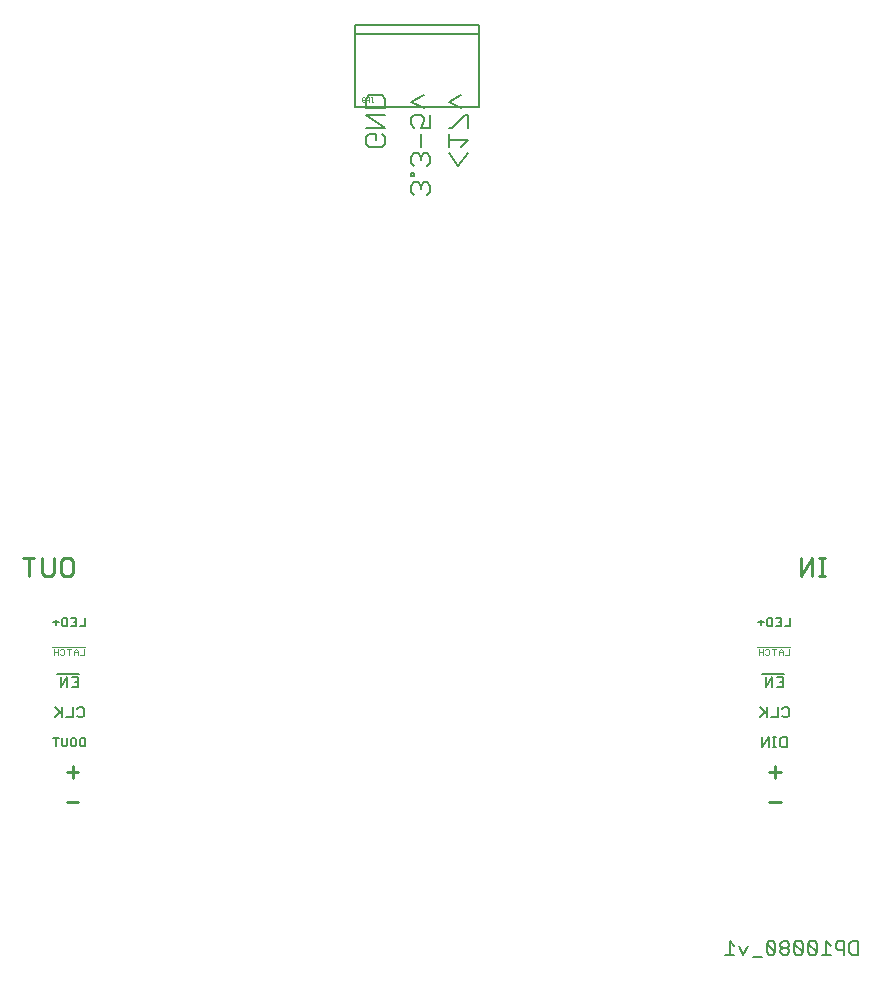
<source format=gbo>
G75*
%MOIN*%
%OFA0B0*%
%FSLAX25Y25*%
%IPPOS*%
%LPD*%
%AMOC8*
5,1,8,0,0,1.08239X$1,22.5*
%
%ADD10C,0.01100*%
%ADD11C,0.00600*%
%ADD12C,0.00400*%
%ADD13C,0.00500*%
%ADD14C,0.00800*%
%ADD15C,0.00100*%
D10*
X0148266Y0089159D02*
X0152203Y0089159D01*
X0150234Y0097190D02*
X0150234Y0101127D01*
X0152203Y0099159D02*
X0148266Y0099159D01*
X0147473Y0164706D02*
X0146489Y0165690D01*
X0146489Y0169627D01*
X0147473Y0170611D01*
X0149441Y0170611D01*
X0150425Y0169627D01*
X0150425Y0165690D01*
X0149441Y0164706D01*
X0147473Y0164706D01*
X0143980Y0165690D02*
X0142996Y0164706D01*
X0141027Y0164706D01*
X0140043Y0165690D01*
X0140043Y0170611D01*
X0137534Y0170611D02*
X0133598Y0170611D01*
X0135566Y0170611D02*
X0135566Y0164706D01*
X0143980Y0165690D02*
X0143980Y0170611D01*
X0382543Y0099159D02*
X0386480Y0099159D01*
X0384511Y0101127D02*
X0384511Y0097190D01*
X0386480Y0089159D02*
X0382543Y0089159D01*
X0392895Y0164706D02*
X0392895Y0170611D01*
X0396831Y0170611D02*
X0392895Y0164706D01*
X0396831Y0164706D02*
X0396831Y0170611D01*
X0399160Y0170611D02*
X0401128Y0170611D01*
X0400144Y0170611D02*
X0400144Y0164706D01*
X0401128Y0164706D02*
X0399160Y0164706D01*
D11*
X0387490Y0132056D02*
X0380124Y0132056D01*
X0381238Y0130859D02*
X0381238Y0127456D01*
X0383507Y0130859D01*
X0383507Y0127456D01*
X0384922Y0127456D02*
X0387190Y0127456D01*
X0387190Y0130859D01*
X0384922Y0130859D01*
X0386056Y0129158D02*
X0387190Y0129158D01*
X0387330Y0120859D02*
X0388465Y0120859D01*
X0389032Y0120292D01*
X0389032Y0118023D01*
X0388465Y0117456D01*
X0387330Y0117456D01*
X0386763Y0118023D01*
X0385349Y0117456D02*
X0383080Y0117456D01*
X0381666Y0117456D02*
X0381666Y0120859D01*
X0381098Y0119158D02*
X0379397Y0117456D01*
X0381666Y0118590D02*
X0379397Y0120859D01*
X0385349Y0120859D02*
X0385349Y0117456D01*
X0386763Y0120292D02*
X0387330Y0120859D01*
X0386716Y0110859D02*
X0388418Y0110859D01*
X0388418Y0107456D01*
X0386716Y0107456D01*
X0386149Y0108023D01*
X0386149Y0110292D01*
X0386716Y0110859D01*
X0384735Y0110859D02*
X0383601Y0110859D01*
X0384168Y0110859D02*
X0384168Y0107456D01*
X0384735Y0107456D02*
X0383601Y0107456D01*
X0382279Y0107456D02*
X0382279Y0110859D01*
X0380011Y0107456D01*
X0380011Y0110859D01*
X0382323Y0042797D02*
X0381589Y0042063D01*
X0384525Y0039127D01*
X0383791Y0038393D01*
X0382323Y0038393D01*
X0381589Y0039127D01*
X0381589Y0042063D01*
X0382323Y0042797D02*
X0383791Y0042797D01*
X0384525Y0042063D01*
X0384525Y0039127D01*
X0386193Y0039127D02*
X0386927Y0038393D01*
X0388395Y0038393D01*
X0389129Y0039127D01*
X0389129Y0039861D01*
X0388395Y0040595D01*
X0386927Y0040595D01*
X0386193Y0039861D01*
X0386193Y0039127D01*
X0386927Y0040595D02*
X0386193Y0041329D01*
X0386193Y0042063D01*
X0386927Y0042797D01*
X0388395Y0042797D01*
X0389129Y0042063D01*
X0389129Y0041329D01*
X0388395Y0040595D01*
X0390797Y0042063D02*
X0390797Y0039127D01*
X0391531Y0038393D01*
X0392999Y0038393D01*
X0393733Y0039127D01*
X0390797Y0042063D01*
X0391531Y0042797D01*
X0392999Y0042797D01*
X0393733Y0042063D01*
X0393733Y0039127D01*
X0395401Y0039127D02*
X0395401Y0042063D01*
X0398337Y0039127D01*
X0397603Y0038393D01*
X0396135Y0038393D01*
X0395401Y0039127D01*
X0395401Y0042063D02*
X0396135Y0042797D01*
X0397603Y0042797D01*
X0398337Y0042063D01*
X0398337Y0039127D01*
X0400005Y0038393D02*
X0402941Y0038393D01*
X0401473Y0038393D02*
X0401473Y0042797D01*
X0402941Y0041329D01*
X0404609Y0042063D02*
X0404609Y0040595D01*
X0405343Y0039861D01*
X0407545Y0039861D01*
X0407545Y0038393D02*
X0407545Y0042797D01*
X0405343Y0042797D01*
X0404609Y0042063D01*
X0409213Y0042063D02*
X0409213Y0039127D01*
X0409947Y0038393D01*
X0412149Y0038393D01*
X0412149Y0042797D01*
X0409947Y0042797D01*
X0409213Y0042063D01*
X0379921Y0037659D02*
X0376986Y0037659D01*
X0373850Y0038393D02*
X0372382Y0041329D01*
X0370713Y0041329D02*
X0369246Y0042797D01*
X0369246Y0038393D01*
X0370713Y0038393D02*
X0367778Y0038393D01*
X0373850Y0038393D02*
X0375317Y0041329D01*
X0154032Y0118023D02*
X0153465Y0117456D01*
X0152330Y0117456D01*
X0151763Y0118023D01*
X0150349Y0117456D02*
X0150349Y0120859D01*
X0151763Y0120292D02*
X0152330Y0120859D01*
X0153465Y0120859D01*
X0154032Y0120292D01*
X0154032Y0118023D01*
X0150349Y0117456D02*
X0148080Y0117456D01*
X0146666Y0117456D02*
X0146666Y0120859D01*
X0146098Y0119158D02*
X0144397Y0117456D01*
X0146666Y0118590D02*
X0144397Y0120859D01*
X0146238Y0127456D02*
X0146238Y0130859D01*
X0145124Y0132056D02*
X0152490Y0132056D01*
X0152190Y0130859D02*
X0149922Y0130859D01*
X0148507Y0130859D02*
X0146238Y0127456D01*
X0148507Y0127456D02*
X0148507Y0130859D01*
X0151056Y0129158D02*
X0152190Y0129158D01*
X0152190Y0130859D02*
X0152190Y0127456D01*
X0149922Y0127456D01*
X0264175Y0291506D02*
X0263107Y0292573D01*
X0263107Y0294709D01*
X0264175Y0295776D01*
X0265242Y0295776D01*
X0266310Y0294709D01*
X0266310Y0293641D01*
X0266310Y0294709D02*
X0267377Y0295776D01*
X0268445Y0295776D01*
X0269513Y0294709D01*
X0269513Y0292573D01*
X0268445Y0291506D01*
X0264175Y0297951D02*
X0263107Y0297951D01*
X0263107Y0299019D01*
X0264175Y0299019D01*
X0264175Y0297951D01*
X0264175Y0301174D02*
X0263107Y0302242D01*
X0263107Y0304377D01*
X0264175Y0305444D01*
X0265242Y0305444D01*
X0266310Y0304377D01*
X0266310Y0303309D01*
X0266310Y0304377D02*
X0267377Y0305444D01*
X0268445Y0305444D01*
X0269513Y0304377D01*
X0269513Y0302242D01*
X0268445Y0301174D01*
X0275607Y0305444D02*
X0278810Y0301174D01*
X0282013Y0305444D01*
X0279877Y0307620D02*
X0282013Y0309755D01*
X0275607Y0309755D01*
X0275607Y0307620D02*
X0275607Y0311890D01*
X0275607Y0314065D02*
X0276675Y0314065D01*
X0280945Y0318335D01*
X0282013Y0318335D01*
X0282013Y0314065D01*
X0279877Y0320511D02*
X0275607Y0322646D01*
X0279877Y0324781D01*
X0269513Y0318335D02*
X0269513Y0314065D01*
X0266310Y0314065D01*
X0267377Y0316200D01*
X0267377Y0317268D01*
X0266310Y0318335D01*
X0264175Y0318335D01*
X0263107Y0317268D01*
X0263107Y0315133D01*
X0264175Y0314065D01*
X0266310Y0311890D02*
X0266310Y0307620D01*
X0254513Y0308687D02*
X0253445Y0307620D01*
X0249175Y0307620D01*
X0248107Y0308687D01*
X0248107Y0310822D01*
X0249175Y0311890D01*
X0251310Y0311890D01*
X0251310Y0309755D01*
X0253445Y0311890D02*
X0254513Y0310822D01*
X0254513Y0308687D01*
X0254513Y0314065D02*
X0248107Y0318335D01*
X0254513Y0318335D01*
X0254513Y0320511D02*
X0254513Y0323713D01*
X0253445Y0324781D01*
X0249175Y0324781D01*
X0248107Y0323713D01*
X0248107Y0320511D01*
X0254513Y0320511D01*
X0263107Y0322646D02*
X0267377Y0324781D01*
X0267377Y0320511D02*
X0263107Y0322646D01*
X0254513Y0314065D02*
X0248107Y0314065D01*
D12*
X0154332Y0140956D02*
X0143282Y0140956D01*
X0143958Y0140158D02*
X0143958Y0138156D01*
X0143958Y0139157D02*
X0145292Y0139157D01*
X0145292Y0138156D02*
X0145292Y0140158D01*
X0146168Y0139824D02*
X0146501Y0140158D01*
X0147169Y0140158D01*
X0147502Y0139824D01*
X0147502Y0138490D01*
X0147169Y0138156D01*
X0146501Y0138156D01*
X0146168Y0138490D01*
X0148378Y0140158D02*
X0149712Y0140158D01*
X0149045Y0140158D02*
X0149045Y0138156D01*
X0150587Y0138156D02*
X0150587Y0139491D01*
X0151255Y0140158D01*
X0151922Y0139491D01*
X0151922Y0138156D01*
X0152797Y0138156D02*
X0154132Y0138156D01*
X0154132Y0140158D01*
X0151922Y0139157D02*
X0150587Y0139157D01*
X0378282Y0140956D02*
X0389332Y0140956D01*
X0389132Y0140158D02*
X0389132Y0138156D01*
X0387797Y0138156D01*
X0386922Y0138156D02*
X0386922Y0139491D01*
X0386255Y0140158D01*
X0385587Y0139491D01*
X0385587Y0138156D01*
X0385587Y0139157D02*
X0386922Y0139157D01*
X0384712Y0140158D02*
X0383378Y0140158D01*
X0384045Y0140158D02*
X0384045Y0138156D01*
X0382502Y0138490D02*
X0382169Y0138156D01*
X0381501Y0138156D01*
X0381168Y0138490D01*
X0380292Y0138156D02*
X0380292Y0140158D01*
X0381168Y0139824D02*
X0381501Y0140158D01*
X0382169Y0140158D01*
X0382502Y0139824D01*
X0382502Y0138490D01*
X0380292Y0139157D02*
X0378958Y0139157D01*
X0378958Y0140158D02*
X0378958Y0138156D01*
D13*
X0144710Y0110508D02*
X0144710Y0107806D01*
X0146756Y0108257D02*
X0146756Y0110508D01*
X0145611Y0110508D02*
X0143809Y0110508D01*
X0146756Y0108257D02*
X0147206Y0107806D01*
X0148107Y0107806D01*
X0148557Y0108257D01*
X0148557Y0110508D01*
X0149702Y0110058D02*
X0150152Y0110508D01*
X0151053Y0110508D01*
X0151504Y0110058D01*
X0151504Y0108257D01*
X0151053Y0107806D01*
X0150152Y0107806D01*
X0149702Y0108257D01*
X0149702Y0110058D01*
X0152649Y0110058D02*
X0152649Y0108257D01*
X0153099Y0107806D01*
X0154450Y0107806D01*
X0154450Y0110508D01*
X0153099Y0110508D01*
X0152649Y0110058D01*
X0152649Y0147806D02*
X0154450Y0147806D01*
X0154450Y0150508D01*
X0151504Y0150508D02*
X0151504Y0147806D01*
X0149702Y0147806D01*
X0148557Y0147806D02*
X0147206Y0147806D01*
X0146756Y0148257D01*
X0146756Y0150058D01*
X0147206Y0150508D01*
X0148557Y0150508D01*
X0148557Y0147806D01*
X0150603Y0149157D02*
X0151504Y0149157D01*
X0151504Y0150508D02*
X0149702Y0150508D01*
X0145611Y0149157D02*
X0143809Y0149157D01*
X0144710Y0148257D02*
X0144710Y0150058D01*
X0378809Y0149157D02*
X0380611Y0149157D01*
X0379710Y0148257D02*
X0379710Y0150058D01*
X0381756Y0150058D02*
X0381756Y0148257D01*
X0382206Y0147806D01*
X0383557Y0147806D01*
X0383557Y0150508D01*
X0382206Y0150508D01*
X0381756Y0150058D01*
X0384702Y0150508D02*
X0386504Y0150508D01*
X0386504Y0147806D01*
X0384702Y0147806D01*
X0385603Y0149157D02*
X0386504Y0149157D01*
X0387649Y0147806D02*
X0389450Y0147806D01*
X0389450Y0150508D01*
D14*
X0285756Y0320770D02*
X0244417Y0320770D01*
X0244417Y0345180D01*
X0285756Y0345180D01*
X0285756Y0348329D01*
X0244417Y0348329D01*
X0244417Y0345180D01*
X0285756Y0345180D02*
X0285756Y0320770D01*
D15*
X0250677Y0322856D02*
X0250427Y0322606D01*
X0250176Y0322606D01*
X0249926Y0322856D01*
X0249926Y0324107D01*
X0250176Y0324107D02*
X0249676Y0324107D01*
X0249204Y0324107D02*
X0248453Y0324107D01*
X0248203Y0323857D01*
X0248203Y0323357D01*
X0248453Y0323107D01*
X0249204Y0323107D01*
X0249204Y0322606D02*
X0249204Y0324107D01*
X0247730Y0323857D02*
X0247480Y0324107D01*
X0246980Y0324107D01*
X0246730Y0323857D01*
X0246730Y0323607D01*
X0246980Y0323357D01*
X0246730Y0323107D01*
X0246730Y0322856D01*
X0246980Y0322606D01*
X0247480Y0322606D01*
X0247730Y0322856D01*
X0247230Y0323357D02*
X0246980Y0323357D01*
M02*

</source>
